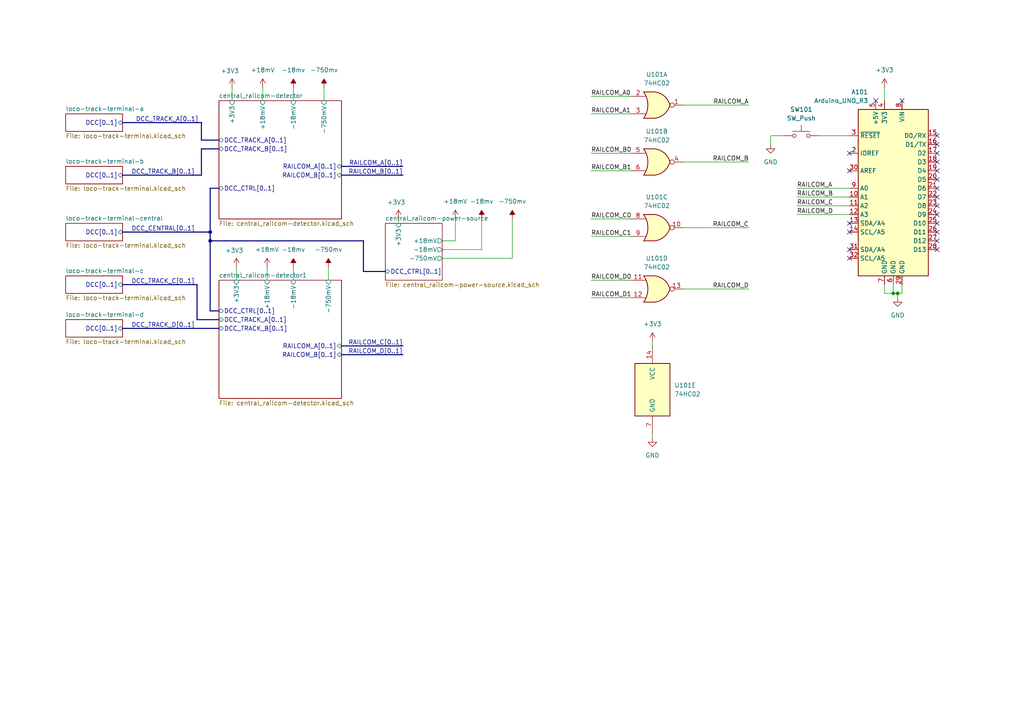
<source format=kicad_sch>
(kicad_sch (version 20231120) (generator "eeschema") (generator_version "8.0")
  (paper "A4")
  (lib_symbols
    (symbol "74xx:74HC02" (pin_names (offset 1.016))
      (property "Reference" "U" (at 0 1.27 0))
      (property "Value" "74HC02" (at 0 -1.27 0))
      (symbol "74HC02_1_1"
        (arc (start -3.81 -3.81) (mid -2.589 0) (end -3.81 3.81) (stroke (width 0.254)))
        (arc (start -0.6096 -3.81) (mid 2.1842 -2.5851) (end 3.81 0) (stroke (width 0.254)) (fill (type background)))
        (polyline (pts (xy -3.81 -3.81) (xy -0.635 -3.81)) (stroke (width 0.254)) (fill (type background)))
        (polyline (pts (xy -3.81 3.81) (xy -0.635 3.81)) (stroke (width 0.254)) (fill (type background)))
        (polyline (pts (xy -0.635 3.81) (xy -3.81 3.81) (xy -3.81 3.81) (xy -3.556 3.4036) (xy -3.0226 2.2606) (xy -2.6924 1.0414) (xy -2.6162 -0.254) (xy -2.7686 -1.4986) (xy -3.175 -2.7178) (xy -3.81 -3.81) (xy -3.81 -3.81) (xy -0.635 -3.81)) (stroke (width -25.4)) (fill (type background)))
        (arc (start 3.81 0) (mid 2.1915 2.5936) (end -0.6096 3.81) (stroke (width 0.254)) (fill (type background)))
        (pin output inverted (at 7.62 0 180) (length 3.81) (name "~") (number "1"))
        (pin input line (at -7.62 2.54 0) (length 4.318) (name "~") (number "2"))
        (pin input line (at -7.62 -2.54 0) (length 4.318) (name "~") (number "3"))
      )
      (symbol "74HC02_1_2"
        (arc (start 0 -3.81) (mid 3.7934 0) (end 0 3.81) (stroke (width 0.254)) (fill (type background)))
        (polyline (pts (xy 0 3.81) (xy -3.81 3.81) (xy -3.81 -3.81) (xy 0 -3.81)) (stroke (width 0.254)) (fill (type background)))
        (pin output line (at 7.62 0 180) (length 3.81) (name "~") (number "1"))
        (pin input inverted (at -7.62 2.54 0) (length 3.81) (name "~") (number "2"))
        (pin input inverted (at -7.62 -2.54 0) (length 3.81) (name "~") (number "3"))
      )
      (symbol "74HC02_2_1"
        (arc (start -3.81 -3.81) (mid -2.589 0) (end -3.81 3.81) (stroke (width 0.254)))
        (arc (start -0.6096 -3.81) (mid 2.1842 -2.5851) (end 3.81 0) (stroke (width 0.254)) (fill (type background)))
        (polyline (pts (xy -3.81 -3.81) (xy -0.635 -3.81)) (stroke (width 0.254)) (fill (type background)))
        (polyline (pts (xy -3.81 3.81) (xy -0.635 3.81)) (stroke (width 0.254)) (fill (type background)))
        (polyline (pts (xy -0.635 3.81) (xy -3.81 3.81) (xy -3.81 3.81) (xy -3.556 3.4036) (xy -3.0226 2.2606) (xy -2.6924 1.0414) (xy -2.6162 -0.254) (xy -2.7686 -1.4986) (xy -3.175 -2.7178) (xy -3.81 -3.81) (xy -3.81 -3.81) (xy -0.635 -3.81)) (stroke (width -25.4)) (fill (type background)))
        (arc (start 3.81 0) (mid 2.1915 2.5936) (end -0.6096 3.81) (stroke (width 0.254)) (fill (type background)))
        (pin output inverted (at 7.62 0 180) (length 3.81) (name "~") (number "4"))
        (pin input line (at -7.62 2.54 0) (length 4.318) (name "~") (number "5"))
        (pin input line (at -7.62 -2.54 0) (length 4.318) (name "~") (number "6"))
      )
      (symbol "74HC02_2_2"
        (arc (start 0 -3.81) (mid 3.7934 0) (end 0 3.81) (stroke (width 0.254)) (fill (type background)))
        (polyline (pts (xy 0 3.81) (xy -3.81 3.81) (xy -3.81 -3.81) (xy 0 -3.81)) (stroke (width 0.254)) (fill (type background)))
        (pin output line (at 7.62 0 180) (length 3.81) (name "~") (number "4"))
        (pin input inverted (at -7.62 2.54 0) (length 3.81) (name "~") (number "5"))
        (pin input inverted (at -7.62 -2.54 0) (length 3.81) (name "~") (number "6"))
      )
      (symbol "74HC02_3_1"
        (arc (start -3.81 -3.81) (mid -2.589 0) (end -3.81 3.81) (stroke (width 0.254)))
        (arc (start -0.6096 -3.81) (mid 2.1842 -2.5851) (end 3.81 0) (stroke (width 0.254)) (fill (type background)))
        (polyline (pts (xy -3.81 -3.81) (xy -0.635 -3.81)) (stroke (width 0.254)) (fill (type background)))
        (polyline (pts (xy -3.81 3.81) (xy -0.635 3.81)) (stroke (width 0.254)) (fill (type background)))
        (polyline (pts (xy -0.635 3.81) (xy -3.81 3.81) (xy -3.81 3.81) (xy -3.556 3.4036) (xy -3.0226 2.2606) (xy -2.6924 1.0414) (xy -2.6162 -0.254) (xy -2.7686 -1.4986) (xy -3.175 -2.7178) (xy -3.81 -3.81) (xy -3.81 -3.81) (xy -0.635 -3.81)) (stroke (width -25.4)) (fill (type background)))
        (arc (start 3.81 0) (mid 2.1915 2.5936) (end -0.6096 3.81) (stroke (width 0.254)) (fill (type background)))
        (pin output inverted (at 7.62 0 180) (length 3.81) (name "~") (number "10"))
        (pin input line (at -7.62 2.54 0) (length 4.318) (name "~") (number "8"))
        (pin input line (at -7.62 -2.54 0) (length 4.318) (name "~") (number "9"))
      )
      (symbol "74HC02_3_2"
        (arc (start 0 -3.81) (mid 3.7934 0) (end 0 3.81) (stroke (width 0.254)) (fill (type background)))
        (polyline (pts (xy 0 3.81) (xy -3.81 3.81) (xy -3.81 -3.81) (xy 0 -3.81)) (stroke (width 0.254)) (fill (type background)))
        (pin output line (at 7.62 0 180) (length 3.81) (name "~") (number "10"))
        (pin input inverted (at -7.62 2.54 0) (length 3.81) (name "~") (number "8"))
        (pin input inverted (at -7.62 -2.54 0) (length 3.81) (name "~") (number "9"))
      )
      (symbol "74HC02_4_1"
        (arc (start -3.81 -3.81) (mid -2.589 0) (end -3.81 3.81) (stroke (width 0.254)))
        (arc (start -0.6096 -3.81) (mid 2.1842 -2.5851) (end 3.81 0) (stroke (width 0.254)) (fill (type background)))
        (polyline (pts (xy -3.81 -3.81) (xy -0.635 -3.81)) (stroke (width 0.254)) (fill (type background)))
        (polyline (pts (xy -3.81 3.81) (xy -0.635 3.81)) (stroke (width 0.254)) (fill (type background)))
        (polyline (pts (xy -0.635 3.81) (xy -3.81 3.81) (xy -3.81 3.81) (xy -3.556 3.4036) (xy -3.0226 2.2606) (xy -2.6924 1.0414) (xy -2.6162 -0.254) (xy -2.7686 -1.4986) (xy -3.175 -2.7178) (xy -3.81 -3.81) (xy -3.81 -3.81) (xy -0.635 -3.81)) (stroke (width -25.4)) (fill (type background)))
        (arc (start 3.81 0) (mid 2.1915 2.5936) (end -0.6096 3.81) (stroke (width 0.254)) (fill (type background)))
        (pin input line (at -7.62 2.54 0) (length 4.318) (name "~") (number "11"))
        (pin input line (at -7.62 -2.54 0) (length 4.318) (name "~") (number "12"))
        (pin output inverted (at 7.62 0 180) (length 3.81) (name "~") (number "13"))
      )
      (symbol "74HC02_4_2"
        (arc (start 0 -3.81) (mid 3.7934 0) (end 0 3.81) (stroke (width 0.254)) (fill (type background)))
        (polyline (pts (xy 0 3.81) (xy -3.81 3.81) (xy -3.81 -3.81) (xy 0 -3.81)) (stroke (width 0.254)) (fill (type background)))
        (pin input inverted (at -7.62 2.54 0) (length 3.81) (name "~") (number "11"))
        (pin input inverted (at -7.62 -2.54 0) (length 3.81) (name "~") (number "12"))
        (pin output line (at 7.62 0 180) (length 3.81) (name "~") (number "13"))
      )
      (symbol "74HC02_5_0"
        (pin power_in line (at 0 12.7 270) (length 5.08) (name "VCC") (number "14"))
        (pin power_in line (at 0 -12.7 90) (length 5.08) (name "GND") (number "7"))
      )
      (symbol "74HC02_5_1"
        (rectangle (start -5.08 7.62) (end 5.08 -7.62) (stroke (width 0.254)) (fill (type background)))
      )
    )
    (symbol "MCU_Module:Arduino_UNO_R3"
      (property "Reference" "A" (at -10.16 23.495 0))
      (property "Value" "Arduino_UNO_R3" (at 5.08 -26.67 0))
      (symbol "Arduino_UNO_R3_0_1"
        (rectangle (start -10.16 22.86) (end 10.16 -25.4) (stroke (width 0.254)) (fill (type background)))
      )
      (symbol "Arduino_UNO_R3_1_1"
        (pin no_connect line (at -10.16 -20.32 0) (length 2.54) hide (name "NC") (number "1"))
        (pin bidirectional line (at 12.7 -2.54 180) (length 2.54) (name "A1") (number "10"))
        (pin bidirectional line (at 12.7 -5.08 180) (length 2.54) (name "A2") (number "11"))
        (pin bidirectional line (at 12.7 -7.62 180) (length 2.54) (name "A3") (number "12"))
        (pin bidirectional line (at 12.7 -10.16 180) (length 2.54) (name "SDA/A4") (number "13"))
        (pin bidirectional line (at 12.7 -12.7 180) (length 2.54) (name "SCL/A5") (number "14"))
        (pin bidirectional line (at -12.7 15.24 0) (length 2.54) (name "D0/RX") (number "15"))
        (pin bidirectional line (at -12.7 12.7 0) (length 2.54) (name "D1/TX") (number "16"))
        (pin bidirectional line (at -12.7 10.16 0) (length 2.54) (name "D2") (number "17"))
        (pin bidirectional line (at -12.7 7.62 0) (length 2.54) (name "D3") (number "18"))
        (pin bidirectional line (at -12.7 5.08 0) (length 2.54) (name "D4") (number "19"))
        (pin output line (at 12.7 10.16 180) (length 2.54) (name "IOREF") (number "2"))
        (pin bidirectional line (at -12.7 2.54 0) (length 2.54) (name "D5") (number "20"))
        (pin bidirectional line (at -12.7 0 0) (length 2.54) (name "D6") (number "21"))
        (pin bidirectional line (at -12.7 -2.54 0) (length 2.54) (name "D7") (number "22"))
        (pin bidirectional line (at -12.7 -5.08 0) (length 2.54) (name "D8") (number "23"))
        (pin bidirectional line (at -12.7 -7.62 0) (length 2.54) (name "D9") (number "24"))
        (pin bidirectional line (at -12.7 -10.16 0) (length 2.54) (name "D10") (number "25"))
        (pin bidirectional line (at -12.7 -12.7 0) (length 2.54) (name "D11") (number "26"))
        (pin bidirectional line (at -12.7 -15.24 0) (length 2.54) (name "D12") (number "27"))
        (pin bidirectional line (at -12.7 -17.78 0) (length 2.54) (name "D13") (number "28"))
        (pin power_in line (at -2.54 -27.94 90) (length 2.54) (name "GND") (number "29"))
        (pin input line (at 12.7 15.24 180) (length 2.54) (name "~{RESET}") (number "3"))
        (pin input line (at 12.7 5.08 180) (length 2.54) (name "AREF") (number "30"))
        (pin bidirectional line (at 12.7 -17.78 180) (length 2.54) (name "SDA/A4") (number "31"))
        (pin bidirectional line (at 12.7 -20.32 180) (length 2.54) (name "SCL/A5") (number "32"))
        (pin power_out line (at 2.54 25.4 270) (length 2.54) (name "3V3") (number "4"))
        (pin power_out line (at 5.08 25.4 270) (length 2.54) (name "+5V") (number "5"))
        (pin power_in line (at 0 -27.94 90) (length 2.54) (name "GND") (number "6"))
        (pin power_in line (at 2.54 -27.94 90) (length 2.54) (name "GND") (number "7"))
        (pin power_in line (at -2.54 25.4 270) (length 2.54) (name "VIN") (number "8"))
        (pin bidirectional line (at 12.7 0 180) (length 2.54) (name "A0") (number "9"))
      )
    )
    (symbol "Switch:SW_Push" (pin_numbers hide) (pin_names (offset 1.016) hide)
      (property "Reference" "SW" (at 1.27 2.54 0))
      (property "Value" "SW_Push" (at 0 -1.524 0))
      (symbol "SW_Push_0_1"
        (circle (center -2.032 0) (radius 0.508))
        (polyline (pts (xy 0 1.27) (xy 0 3.048)))
        (polyline (pts (xy 2.54 1.27) (xy -2.54 1.27)))
        (circle (center 2.032 0) (radius 0.508))
        (pin passive line (at -5.08 0 0) (length 2.54) (name "1") (number "1"))
        (pin passive line (at 5.08 0 180) (length 2.54) (name "2") (number "2"))
      )
    )
    (symbol "power:+3V3" (power) (pin_names (offset 0))
      (property "Value" "+3V3" (at 0 3.556 0))
      (symbol "+3V3_0_1"
        (polyline (pts (xy -0.762 1.27) (xy 0 2.54)))
        (polyline (pts (xy 0 0) (xy 0 2.54)))
        (polyline (pts (xy 0 2.54) (xy 0.762 1.27)))
      )
      (symbol "+3V3_1_1"
        (pin power_in line (at 0 0 90) (length 0) hide (name "+3V3") (number "1"))
      )
    )
    (symbol "power:+5V" (power) (pin_names (offset 0))
      (property "Value" "+5V" (at 0 3.556 0))
      (symbol "+5V_0_1"
        (polyline (pts (xy -0.762 1.27) (xy 0 2.54)))
        (polyline (pts (xy 0 0) (xy 0 2.54)))
        (polyline (pts (xy 0 2.54) (xy 0.762 1.27)))
      )
      (symbol "+5V_1_1"
        (pin power_in line (at 0 0 90) (length 0) hide (name "+5V") (number "1"))
      )
    )
    (symbol "power:-5V" (power) (pin_names (offset 0))
      (property "Value" "-5V" (at 0 3.81 0))
      (symbol "-5V_0_0"
        (pin power_in line (at 0 0 90) (length 0) hide (name "-5V") (number "1"))
      )
      (symbol "-5V_0_1"
        (polyline (pts (xy 0 0) (xy 0 1.27) (xy 0.762 1.27) (xy 0 2.54) (xy -0.762 1.27) (xy 0 1.27)) (fill (type outline)))
      )
    )
    (symbol "power:GND" (power) (pin_names (offset 0))
      (property "Value" "GND" (at 0 -3.81 0))
      (symbol "GND_0_1"
        (polyline (pts (xy 0 0) (xy 0 -1.27) (xy 1.27 -1.27) (xy 0 -2.54) (xy -1.27 -1.27) (xy 0 -1.27)))
      )
      (symbol "GND_1_1"
        (pin power_in line (at 0 0 270) (length 0) hide (name "GND") (number "1"))
      )
    )
  )
  (junction (at 260.35 85.09))
  (junction (at 259.08 85.09))
  (junction (at 60.96 67.31))
  (junction (at 60.96 69.85))
  (no_connect (at 271.78 46.99))
  (no_connect (at 246.38 74.93))
  (no_connect (at 271.78 64.77))
  (no_connect (at 271.78 54.61))
  (no_connect (at 271.78 69.85))
  (no_connect (at 271.78 59.69))
  (no_connect (at 271.78 67.31))
  (no_connect (at 271.78 44.45))
  (no_connect (at 271.78 52.07))
  (no_connect (at 271.78 62.23))
  (no_connect (at 246.38 44.45))
  (no_connect (at 254 29.21))
  (no_connect (at 271.78 49.53))
  (no_connect (at 271.78 57.15))
  (no_connect (at 261.62 29.21))
  (no_connect (at 246.38 72.39))
  (no_connect (at 271.78 72.39))
  (no_connect (at 246.38 64.77))
  (no_connect (at 246.38 67.31))
  (no_connect (at 271.78 41.91))
  (no_connect (at 246.38 49.53))
  (no_connect (at 271.78 39.37))
  (wire (pts (xy 93.98 25.4) (xy 93.98 29.21)))
  (wire (pts (xy 171.45 81.28) (xy 182.88 81.28)))
  (wire (pts (xy 171.45 33.02) (xy 182.88 33.02)))
  (bus (pts (xy 57.15 92.71) (xy 63.5 92.71)))
  (wire (pts (xy 261.62 82.55) (xy 261.62 85.09)))
  (wire (pts (xy 85.09 25.4) (xy 85.09 29.21)))
  (wire (pts (xy 198.12 30.48) (xy 217.17 30.48)))
  (wire (pts (xy 246.38 57.15) (xy 231.14 57.15)))
  (bus (pts (xy 60.96 69.85) (xy 60.96 90.17)))
  (wire (pts (xy 171.45 86.36) (xy 182.88 86.36)))
  (wire (pts (xy 132.08 69.85) (xy 128.27 69.85)))
  (bus (pts (xy 105.41 78.74) (xy 111.76 78.74)))
  (wire (pts (xy 256.54 85.09) (xy 259.08 85.09)))
  (bus (pts (xy 35.56 67.31) (xy 60.96 67.31)))
  (bus (pts (xy 60.96 54.61) (xy 60.96 67.31)))
  (wire (pts (xy 115.57 63.5) (xy 115.57 64.77)))
  (wire (pts (xy 237.49 39.37) (xy 246.38 39.37)))
  (bus (pts (xy 99.06 48.26) (xy 116.84 48.26)))
  (bus (pts (xy 35.56 50.8) (xy 58.42 50.8)))
  (bus (pts (xy 60.96 67.31) (xy 60.96 69.85)))
  (wire (pts (xy 85.09 77.47) (xy 85.09 81.28)))
  (bus (pts (xy 35.56 95.25) (xy 63.5 95.25)))
  (bus (pts (xy 58.42 43.18) (xy 63.5 43.18)))
  (wire (pts (xy 148.59 63.5) (xy 148.59 74.93)))
  (bus (pts (xy 99.06 102.87) (xy 116.84 102.87)))
  (wire (pts (xy 246.38 54.61) (xy 231.14 54.61)))
  (wire (pts (xy 171.45 63.5) (xy 182.88 63.5)))
  (wire (pts (xy 171.45 68.58) (xy 182.88 68.58)))
  (wire (pts (xy 68.58 77.47) (xy 68.58 81.28)))
  (wire (pts (xy 259.08 82.55) (xy 259.08 85.09)))
  (wire (pts (xy 198.12 83.82) (xy 217.17 83.82)))
  (bus (pts (xy 105.41 69.85) (xy 105.41 78.74)))
  (bus (pts (xy 58.42 50.8) (xy 58.42 43.18)))
  (bus (pts (xy 63.5 54.61) (xy 60.96 54.61)))
  (wire (pts (xy 198.12 66.04) (xy 217.17 66.04)))
  (wire (pts (xy 189.23 99.06) (xy 189.23 100.33)))
  (wire (pts (xy 246.38 59.69) (xy 231.14 59.69)))
  (wire (pts (xy 128.27 74.93) (xy 148.59 74.93)))
  (wire (pts (xy 171.45 49.53) (xy 182.88 49.53)))
  (wire (pts (xy 171.45 44.45) (xy 182.88 44.45)))
  (bus (pts (xy 58.42 40.64) (xy 63.5 40.64)))
  (wire (pts (xy 189.23 127) (xy 189.23 125.73)))
  (wire (pts (xy 128.27 72.39) (xy 139.7 72.39)))
  (bus (pts (xy 99.06 100.33) (xy 116.84 100.33)))
  (bus (pts (xy 99.06 50.8) (xy 116.84 50.8)))
  (bus (pts (xy 60.96 90.17) (xy 63.5 90.17)))
  (bus (pts (xy 35.56 35.56) (xy 58.42 35.56)))
  (wire (pts (xy 260.35 86.36) (xy 260.35 85.09)))
  (bus (pts (xy 60.96 69.85) (xy 105.41 69.85)))
  (wire (pts (xy 246.38 62.23) (xy 231.14 62.23)))
  (wire (pts (xy 139.7 72.39) (xy 139.7 63.5)))
  (bus (pts (xy 58.42 35.56) (xy 58.42 40.64)))
  (wire (pts (xy 95.25 77.47) (xy 95.25 81.28)))
  (wire (pts (xy 76.2 25.4) (xy 76.2 29.21)))
  (bus (pts (xy 35.56 82.55) (xy 57.15 82.55)))
  (wire (pts (xy 256.54 82.55) (xy 256.54 85.09)))
  (wire (pts (xy 132.08 63.5) (xy 132.08 69.85)))
  (wire (pts (xy 256.54 25.4) (xy 256.54 29.21)))
  (wire (pts (xy 223.52 41.91) (xy 223.52 39.37)))
  (wire (pts (xy 259.08 85.09) (xy 260.35 85.09)))
  (bus (pts (xy 57.15 82.55) (xy 57.15 92.71)))
  (wire (pts (xy 67.31 25.4) (xy 67.31 29.21)))
  (wire (pts (xy 223.52 39.37) (xy 227.33 39.37)))
  (wire (pts (xy 261.62 85.09) (xy 260.35 85.09)))
  (wire (pts (xy 171.45 27.94) (xy 182.88 27.94)))
  (wire (pts (xy 77.47 77.47) (xy 77.47 81.28)))
  (wire (pts (xy 198.12 46.99) (xy 217.17 46.99)))
  (label "RAILCOM_C[0..1]" (at 116.84 100.33 180))
  (label "RAILCOM_B0" (at 171.45 44.45 0))
  (label "RAILCOM_D0" (at 171.45 81.28 0))
  (label "RAILCOM_D" (at 217.17 83.82 180))
  (label "RAILCOM_A[0..1]" (at 116.84 48.26 180))
  (label "RAILCOM_B" (at 217.17 46.99 180))
  (label "DCC_CENTRAL[0..1]" (at 38.1 67.31 0))
  (label "RAILCOM_B[0..1]" (at 116.84 50.8 180))
  (label "RAILCOM_D" (at 231.14 62.23 0))
  (label "DCC_TRACK_A[0..1]" (at 39.37 35.56 0))
  (label "RAILCOM_A" (at 217.17 30.48 180))
  (label "RAILCOM_A1" (at 171.45 33.02 0))
  (label "RAILCOM_A0" (at 171.45 27.94 0))
  (label "DCC_TRACK_B[0..1]" (at 38.1 50.8 0))
  (label "RAILCOM_C" (at 231.14 59.69 0))
  (label "RAILCOM_C0" (at 171.45 63.5 0))
  (label "RAILCOM_B1" (at 171.45 49.53 0))
  (label "RAILCOM_D1" (at 171.45 86.36 0))
  (label "RAILCOM_C" (at 217.17 66.04 180))
  (label "DCC_TRACK_D[0..1]" (at 38.1 95.25 0))
  (label "DCC_TRACK_C[0..1]" (at 38.1 82.55 0))
  (label "RAILCOM_B" (at 231.14 57.15 0))
  (label "RAILCOM_D[0..1]" (at 116.84 102.87 180))
  (label "RAILCOM_C1" (at 171.45 68.58 0))
  (label "RAILCOM_A" (at 231.14 54.61 0))
  (symbol (lib_id "power:+5V") (at 132.08 63.5 0) (unit 1)
    (property "Reference" "#PWR0107" (effects (hide yes)))
    (property "Value" "+18mV" (at 132.08 58.42 0))
    (property "Description" "Power symbol creates a global label with name \"+5V\"" (effects (hide yes)))
  )
  (symbol (lib_id "power:-5V") (at 93.98 25.4 0) (unit 1)
    (property "Reference" "#PWR0112" (effects (hide yes)))
    (property "Value" "-750mv" (at 93.98 20.32 0))
    (property "Description" "Power symbol creates a global label with name \"-5V\"" (effects (hide yes)))
  )
  (symbol (lib_id "power:-5V") (at 139.7 63.5 0) (unit 1)
    (property "Reference" "#PWR0108" (effects (hide yes)))
    (property "Value" "-18mv" (at 139.7 58.42 0))
    (property "Description" "Power symbol creates a global label with name \"-5V\"" (effects (hide yes)))
  )
  (symbol (lib_id "74xx:74HC02") (at 190.5 30.48 0) (unit 1)
    (property "Reference" "U101" (at 190.5 21.59 0))
    (property "Value" "74HC02" (at 190.5 24.13 0))
    (property "Footprint" "Package_SO:SOIC-14_3.9x8.7mm_P1.27mm" (effects (hide yes)))
    (property "Datasheet" "http://www.ti.com/lit/gpn/sn74hc02" (effects (hide yes)))
    (property "Description" "quad 2-input NOR gate" (effects (hide yes)))
  )
  (symbol (lib_id "power:-5V") (at 85.09 77.47 0) (unit 1)
    (property "Reference" "#PWR0115" (effects (hide yes)))
    (property "Value" "-18mv" (at 85.09 72.39 0))
    (property "Description" "Power symbol creates a global label with name \"-5V\"" (effects (hide yes)))
  )
  (symbol (lib_id "power:-5V") (at 95.25 77.47 0) (unit 1)
    (property "Reference" "#PWR0116" (effects (hide yes)))
    (property "Value" "-750mv" (at 95.25 72.39 0))
    (property "Description" "Power symbol creates a global label with name \"-5V\"" (effects (hide yes)))
  )
  (symbol (lib_id "74xx:74HC02") (at 190.5 66.04 0) (unit 3)
    (property "Reference" "U101" (at 190.5 57.15 0))
    (property "Value" "74HC02" (at 190.5 59.69 0))
    (property "Footprint" "Package_SO:SOIC-14_3.9x8.7mm_P1.27mm" (effects (hide yes)))
    (property "Datasheet" "http://www.ti.com/lit/gpn/sn74hc02" (effects (hide yes)))
    (property "Description" "quad 2-input NOR gate" (effects (hide yes)))
  )
  (symbol (lib_id "power:+5V") (at 77.47 77.47 0) (unit 1)
    (property "Reference" "#PWR0114" (effects (hide yes)))
    (property "Value" "+18mV" (at 77.47 72.39 0))
    (property "Description" "Power symbol creates a global label with name \"+5V\"" (effects (hide yes)))
  )
  (symbol (lib_id "power:+5V") (at 67.31 25.4 0) (unit 1)
    (property "Reference" "#PWR0109" (effects (hide yes)))
    (property "Value" "+3V3" (at 64.008 20.574 0) (effects (justify left)))
    (property "Description" "Power symbol creates a global label with name \"+5V\"" (effects (hide yes)))
  )
  (symbol (lib_id "power:+5V") (at 68.58 77.47 0) (unit 1)
    (property "Reference" "#PWR0113" (effects (hide yes)))
    (property "Value" "+3V3" (at 65.278 72.644 0) (effects (justify left)))
    (property "Description" "Power symbol creates a global label with name \"+5V\"" (effects (hide yes)))
  )
  (symbol (lib_id "power:GND") (at 223.52 41.91 0) (unit 1)
    (property "Reference" "#PWR01" (effects (hide yes)))
    (property "Value" "GND" (at 223.52 46.99 0))
    (property "Description" "Power symbol creates a global label with name \"GND\" , ground" (effects (hide yes)))
  )
  (symbol (lib_id "power:-5V") (at 85.09 25.4 0) (unit 1)
    (property "Reference" "#PWR0111" (effects (hide yes)))
    (property "Value" "-18mv" (at 85.09 20.32 0))
    (property "Description" "Power symbol creates a global label with name \"-5V\"" (effects (hide yes)))
  )
  (symbol (lib_id "power:+5V") (at 115.57 63.5 0) (unit 1)
    (property "Reference" "#PWR0106" (effects (hide yes)))
    (property "Value" "+3V3" (at 112.268 58.674 0) (effects (justify left)))
    (property "Description" "Power symbol creates a global label with name \"+5V\"" (effects (hide yes)))
  )
  (symbol (lib_id "power:GND") (at 189.23 127 0) (unit 1)
    (property "Reference" "#PWR0102" (effects (hide yes)))
    (property "Value" "GND" (at 189.23 132.08 0))
    (property "Description" "Power symbol creates a global label with name \"GND\" , ground" (effects (hide yes)))
  )
  (symbol (lib_id "74xx:74HC02") (at 189.23 113.03 0) (unit 5)
    (property "Reference" "U101" (at 195.58 111.7599 0) (effects (justify left)))
    (property "Value" "74HC02" (at 195.58 114.2999 0) (effects (justify left)))
    (property "Footprint" "Package_SO:SOIC-14_3.9x8.7mm_P1.27mm" (effects (hide yes)))
    (property "Datasheet" "http://www.ti.com/lit/gpn/sn74hc02" (effects (hide yes)))
    (property "Description" "quad 2-input NOR gate" (effects (hide yes)))
  )
  (symbol (lib_id "74xx:74HC02") (at 190.5 46.99 0) (unit 2)
    (property "Reference" "U101" (at 190.5 38.1 0))
    (property "Value" "74HC02" (at 190.5 40.64 0))
    (property "Footprint" "Package_SO:SOIC-14_3.9x8.7mm_P1.27mm" (effects (hide yes)))
    (property "Datasheet" "http://www.ti.com/lit/gpn/sn74hc02" (effects (hide yes)))
    (property "Description" "quad 2-input NOR gate" (effects (hide yes)))
  )
  (symbol (lib_id "74xx:74HC02") (at 190.5 83.82 0) (unit 4)
    (property "Reference" "U101" (at 190.5 74.93 0))
    (property "Value" "74HC02" (at 190.5 77.47 0))
    (property "Footprint" "Package_SO:SOIC-14_3.9x8.7mm_P1.27mm" (effects (hide yes)))
    (property "Datasheet" "http://www.ti.com/lit/gpn/sn74hc02" (effects (hide yes)))
    (property "Description" "quad 2-input NOR gate" (effects (hide yes)))
  )
  (symbol (lib_id "power:+5V") (at 76.2 25.4 0) (unit 1)
    (property "Reference" "#PWR0110" (effects (hide yes)))
    (property "Value" "+18mV" (at 76.2 20.32 0))
    (property "Description" "Power symbol creates a global label with name \"+5V\"" (effects (hide yes)))
  )
  (symbol (lib_id "power:+3V3") (at 256.54 25.4 0) (unit 1)
    (property "Reference" "#PWR0103" (effects (hide yes)))
    (property "Value" "+3V3" (at 256.54 20.32 0))
    (property "Description" "Power symbol creates a global label with name \"+3V3\"" (effects (hide yes)))
  )
  (symbol (lib_id "Switch:SW_Push") (at 232.41 39.37 0) (unit 1)
    (property "Reference" "SW101" (at 232.41 31.75 0))
    (property "Value" "SW_Push" (at 232.41 34.29 0))
    (property "Footprint" "Button_Switch_THT:SW_PUSH-12mm" (effects (hide yes)))
    (property "Description" "Push button switch, generic, two pins" (effects (hide yes)))
  )
  (symbol (lib_id "power:-5V") (at 148.59 63.5 0) (unit 1)
    (property "Reference" "#PWR0105" (effects (hide yes)))
    (property "Value" "-750mv" (at 148.59 58.42 0))
    (property "Description" "Power symbol creates a global label with name \"-5V\"" (effects (hide yes)))
  )
  (symbol (lib_id "power:+3V3") (at 189.23 99.06 0) (unit 1)
    (property "Reference" "#PWR0101" (effects (hide yes)))
    (property "Value" "+3V3" (at 189.23 93.98 0))
    (property "Description" "Power symbol creates a global label with name \"+3V3\"" (effects (hide yes)))
  )
  (symbol (lib_id "power:GND") (at 260.35 86.36 0) (unit 1)
    (property "Reference" "#PWR0104" (effects (hide yes)))
    (property "Value" "GND" (at 260.35 91.44 0))
    (property "Description" "Power symbol creates a global label with name \"GND\" , ground" (effects (hide yes)))
  )
  (symbol (lib_id "MCU_Module:Arduino_UNO_R3") (at 259.08 54.61 0) (mirror y) (unit 1)
    (property "Reference" "A101" (at 251.8059 26.67 0) (effects (justify left)))
    (property "Value" "Arduino_UNO_R3" (at 251.8059 29.21 0) (effects (justify left)))
    (property "Footprint" "Module:Arduino_UNO_R3" (effects (hide yes)))
    (property "Datasheet" "https://www.arduino.cc/en/Main/arduinoBoardUno" (effects (hide yes)))
    (property "Description" "Arduino UNO Microcontroller Module, release 3" (effects (hide yes)))
  )
  (sheet (at 19.05 33.02) (size 16.51 5.08) (stroke (width 0.1524))
    (property "Sheetname" "loco-track-terminal-a" (at 19.05 32.3084 0) (effects (justify left bottom)))
    (property "Sheetfile" "loco-track-terminal.kicad_sch" (at 19.05 38.6846 0) (effects (justify left top)))
    (pin "DCC[0..1]" bidirectional (at 35.56 35.56 0))
  )
  (sheet (at 63.5 81.28) (size 35.56 34.29) (stroke (width 0.1524))
    (property "Sheetname" "central_railcom-detector1" (at 63.5 80.5684 0) (effects (justify left bottom)))
    (property "Sheetfile" "central_railcom-detector.kicad_sch" (at 63.5 116.1546 0) (effects (justify left top)))
    (pin "DCC_TRACK_B[0..1]" bidirectional (at 63.5 95.25 180))
    (pin "DCC_CTRL[0..1]" bidirectional (at 63.5 90.17 180))
    (pin "DCC_TRACK_A[0..1]" bidirectional (at 63.5 92.71 180))
    (pin "RAILCOM_B[0..1]" bidirectional (at 99.06 102.87 0))
    (pin "RAILCOM_A[0..1]" bidirectional (at 99.06 100.33 0))
    (pin "-18mV" input (at 85.09 81.28 90))
    (pin "-750mV" input (at 95.25 81.28 90))
    (pin "+18mV" input (at 77.47 81.28 90))
    (pin "+3V3" input (at 68.58 81.28 90))
  )
  (sheet (at 19.05 64.77) (size 16.51 5.08) (stroke (width 0.1524))
    (property "Sheetname" "loco-track-terminal-central" (at 19.05 64.0584 0) (effects (justify left bottom)))
    (property "Sheetfile" "loco-track-terminal.kicad_sch" (at 19.05 70.4346 0) (effects (justify left top)))
    (pin "DCC[0..1]" bidirectional (at 35.56 67.31 0))
  )
  (sheet (at 111.76 64.77) (size 16.51 16.51) (stroke (width 0.1524))
    (property "Sheetname" "central_railcom-power-source" (at 111.76 64.0584 0) (effects (justify left bottom)))
    (property "Sheetfile" "central_railcom-power-source.kicad_sch" (at 111.76 81.8646 0) (effects (justify left top)))
    (pin "-18mV" output (at 128.27 72.39 0))
    (pin "+3V3" input (at 115.57 64.77 90))
    (pin "+18mV" output (at 128.27 69.85 0))
    (pin "-750mV" output (at 128.27 74.93 0))
    (pin "DCC_CTRL[0..1]" bidirectional (at 111.76 78.74 180))
  )
  (sheet (at 19.05 92.71) (size 16.51 5.08) (stroke (width 0.1524))
    (property "Sheetname" "loco-track-terminal-d" (at 19.05 91.9984 0) (effects (justify left bottom)))
    (property "Sheetfile" "loco-track-terminal.kicad_sch" (at 19.05 98.3746 0) (effects (justify left top)))
    (pin "DCC[0..1]" bidirectional (at 35.56 95.25 0))
  )
  (sheet (at 19.05 48.26) (size 16.51 5.08) (stroke (width 0.1524))
    (property "Sheetname" "loco-track-terminal-b" (at 19.05 47.5484 0) (effects (justify left bottom)))
    (property "Sheetfile" "loco-track-terminal.kicad_sch" (at 19.05 53.9246 0) (effects (justify left top)))
    (pin "DCC[0..1]" bidirectional (at 35.56 50.8 0))
  )
  (sheet (at 19.05 80.01) (size 16.51 5.08) (stroke (width 0.1524))
    (property "Sheetname" "loco-track-terminal-c" (at 19.05 79.2984 0) (effects (justify left bottom)))
    (property "Sheetfile" "loco-track-terminal.kicad_sch" (at 19.05 85.6746 0) (effects (justify left top)))
    (pin "DCC[0..1]" bidirectional (at 35.56 82.55 0))
  )
  (sheet (at 63.5 29.21) (size 35.56 34.29) (stroke (width 0.1524))
    (property "Sheetname" "central_railcom-detector" (at 63.5 28.4984 0) (effects (justify left bottom)))
    (property "Sheetfile" "central_railcom-detector.kicad_sch" (at 63.5 64.0846 0) (effects (justify left top)))
    (pin "DCC_TRACK_B[0..1]" bidirectional (at 63.5 43.18 180))
    (pin "DCC_CTRL[0..1]" bidirectional (at 63.5 54.61 180))
    (pin "DCC_TRACK_A[0..1]" bidirectional (at 63.5 40.64 180))
    (pin "RAILCOM_B[0..1]" bidirectional (at 99.06 50.8 0))
    (pin "RAILCOM_A[0..1]" bidirectional (at 99.06 48.26 0))
    (pin "-18mV" input (at 85.09 29.21 90))
    (pin "+18mV" input (at 76.2 29.21 90))
    (pin "+3V3" input (at 67.31 29.21 90))
    (pin "-750mV" input (at 93.98 29.21 90))
  )
)
</source>
